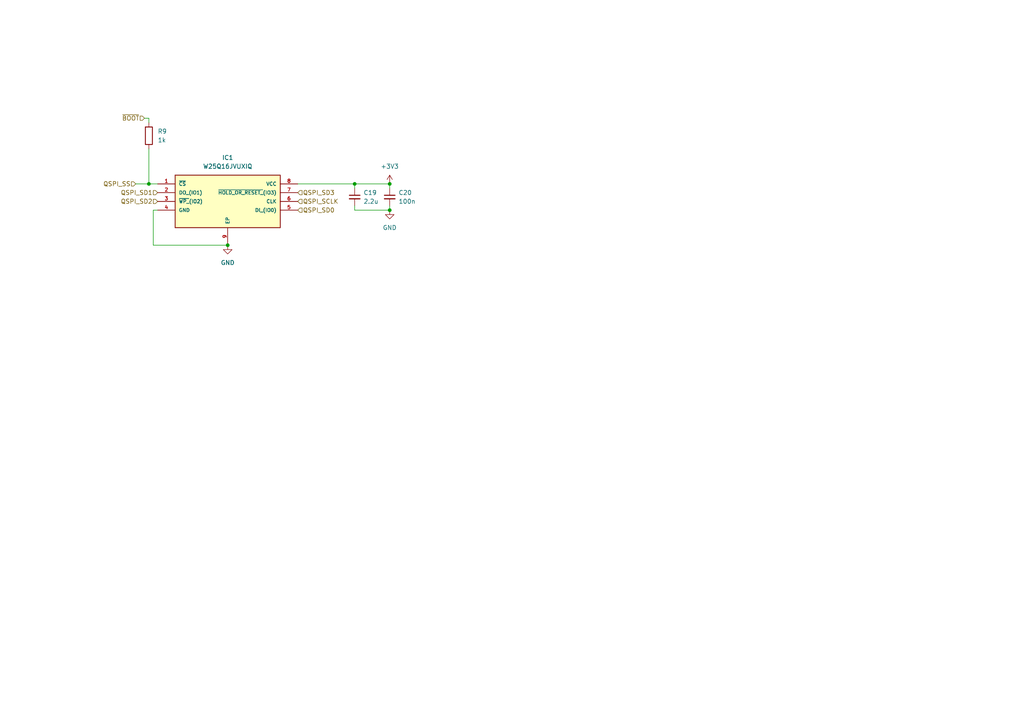
<source format=kicad_sch>
(kicad_sch (version 20231120) (generator "eeschema") (generator_version "8.0")
  (paper "A4")
  (lib_symbols
    (symbol "Device:C_Small" (pin_numbers hide) (pin_names (offset 0.254) hide)
      (property "Reference" "C" (at 0.254 1.778 0))
      (property "Value" "C_Small" (at 0.254 -2.032 0))
      (symbol "C_Small_0_1"
        (polyline (pts (xy -1.524 -0.508) (xy 1.524 -0.508)) (stroke (width 0.3302)))
        (polyline (pts (xy -1.524 0.508) (xy 1.524 0.508)) (stroke (width 0.3048)))
      )
      (symbol "C_Small_1_1"
        (pin passive line (at 0 2.54 270) (length 2.032) (name "~") (number "1"))
        (pin passive line (at 0 -2.54 90) (length 2.032) (name "~") (number "2"))
      )
    )
    (symbol "Device:R" (pin_numbers hide) (pin_names (offset 0))
      (property "Reference" "R" (at 2.032 0 90))
      (property "Value" "R" (at 0 0 90))
      (symbol "R_0_1"
        (rectangle (start -1.016 -2.54) (end 1.016 2.54) (stroke (width 0.254)))
      )
      (symbol "R_1_1"
        (pin passive line (at 0 3.81 270) (length 1.27) (name "~") (number "1"))
        (pin passive line (at 0 -3.81 90) (length 1.27) (name "~") (number "2"))
      )
    )
    (symbol "W25Q16JVUXIQ:W25Q16JVUXIQ" (pin_names (offset 1.016))
      (property "Reference" "IC" (at 16.51 12.446 0))
      (property "Value" "W25Q16JVUXIQ" (at 16.51 10.16 0))
      (symbol "W25Q16JVUXIQ_0_0"
        (rectangle (start -15.24 7.62) (end 15.24 -7.62) (stroke (width 0.254)) (fill (type background)))
        (pin bidirectional line (at -20.32 5.08 0) (length 5.08) (name "~{CS}") (number "1"))
        (pin bidirectional line (at -20.32 2.54 0) (length 5.08) (name "DO_(IO1)") (number "2"))
        (pin bidirectional line (at -20.32 0 0) (length 5.08) (name "~{WP_}(IO2)") (number "3"))
        (pin bidirectional line (at -20.32 -2.54 0) (length 5.08) (name "GND") (number "4"))
        (pin bidirectional line (at 20.32 -2.54 180) (length 5.08) (name "DI_(IO0)") (number "5"))
        (pin bidirectional line (at 20.32 0 180) (length 5.08) (name "CLK") (number "6"))
        (pin bidirectional line (at 20.32 2.54 180) (length 5.08) (name "~{HOLD_OR_RESET_}(IO3)") (number "7"))
        (pin bidirectional line (at 20.32 5.08 180) (length 5.08) (name "VCC") (number "8"))
        (pin bidirectional line (at 0 -12.7 90) (length 5.08) (name "EP") (number "9"))
      )
    )
    (symbol "power:+3V3" (power) (pin_numbers hide) (pin_names (offset 0) hide)
      (property "Value" "+3V3" (at 0 3.556 0))
      (symbol "+3V3_0_1"
        (polyline (pts (xy -0.762 1.27) (xy 0 2.54)))
        (polyline (pts (xy 0 0) (xy 0 2.54)))
        (polyline (pts (xy 0 2.54) (xy 0.762 1.27)))
      )
      (symbol "+3V3_1_1"
        (pin power_in line (at 0 0 90) (length 0) (name "~") (number "1"))
      )
    )
    (symbol "power:GND" (power) (pin_numbers hide) (pin_names (offset 0) hide)
      (property "Value" "GND" (at 0 -3.81 0))
      (symbol "GND_0_1"
        (polyline (pts (xy 0 0) (xy 0 -1.27) (xy 1.27 -1.27) (xy 0 -2.54) (xy -1.27 -1.27) (xy 0 -1.27)))
      )
      (symbol "GND_1_1"
        (pin power_in line (at 0 0 270) (length 0) (name "~") (number "1"))
      )
    )
  )
  (junction (at 113.03 53.34))
  (junction (at 102.87 53.34))
  (junction (at 66.04 71.12))
  (junction (at 43.18 53.34))
  (junction (at 113.03 60.96))
  (wire (pts (xy 39.37 53.34) (xy 43.18 53.34)))
  (wire (pts (xy 102.87 60.96) (xy 113.03 60.96)))
  (wire (pts (xy 44.45 60.96) (xy 45.72 60.96)))
  (wire (pts (xy 44.45 60.96) (xy 44.45 71.12)))
  (wire (pts (xy 113.03 53.34) (xy 113.03 54.61)))
  (wire (pts (xy 102.87 60.96) (xy 102.87 59.69)))
  (wire (pts (xy 113.03 60.96) (xy 113.03 59.69)))
  (wire (pts (xy 43.18 35.56) (xy 43.18 34.29)))
  (wire (pts (xy 43.18 53.34) (xy 45.72 53.34)))
  (wire (pts (xy 43.18 43.18) (xy 43.18 53.34)))
  (wire (pts (xy 43.18 34.29) (xy 41.91 34.29)))
  (wire (pts (xy 86.36 53.34) (xy 102.87 53.34)))
  (wire (pts (xy 102.87 53.34) (xy 102.87 54.61)))
  (wire (pts (xy 102.87 53.34) (xy 113.03 53.34)))
  (wire (pts (xy 44.45 71.12) (xy 66.04 71.12)))
  (hierarchical_label "QSPI_SD1" (shape input) (at 45.72 55.88 180))
  (hierarchical_label "QSPI_SD0" (shape input) (at 86.36 60.96 0))
  (hierarchical_label "QSPI_SD2" (shape input) (at 45.72 58.42 180))
  (hierarchical_label "~{BOOT}" (shape input) (at 41.91 34.29 180))
  (hierarchical_label "QSPI_SS" (shape input) (at 39.37 53.34 180))
  (hierarchical_label "QSPI_SD3" (shape input) (at 86.36 55.88 0))
  (hierarchical_label "QSPI_SCLK" (shape input) (at 86.36 58.42 0))
  (symbol (lib_id "power:GND") (at 113.03 60.96 0) (unit 1)
    (property "Reference" "#PWR027" (effects (hide yes)))
    (property "Value" "GND" (at 113.03 66.04 0))
    (property "Description" "Power symbol creates a global label with name \"GND\" , ground" (effects (hide yes)))
  )
  (symbol (lib_id "power:+3V3") (at 113.03 53.34 0) (unit 1)
    (property "Reference" "#PWR026" (effects (hide yes)))
    (property "Value" "+3V3" (at 113.03 48.26 0))
    (property "Description" "Power symbol creates a global label with name \"+3V3\"" (effects (hide yes)))
  )
  (symbol (lib_id "Device:R") (at 43.18 39.37 0) (unit 1)
    (property "Reference" "R9" (at 45.72 38.0999 0) (effects (justify left)))
    (property "Value" "1k" (at 45.72 40.6399 0) (effects (justify left)))
    (property "Footprint" "Resistor_SMD:R_0402_1005Metric" (effects (hide yes)))
    (property "Description" "Resistor" (effects (hide yes)))
    (property "LCSC" "C11702" (effects (hide yes)))
  )
  (symbol (lib_id "power:GND") (at 66.04 71.12 0) (unit 1)
    (property "Reference" "#PWR025" (effects (hide yes)))
    (property "Value" "GND" (at 66.04 76.2 0))
    (property "Description" "Power symbol creates a global label with name \"GND\" , ground" (effects (hide yes)))
  )
  (symbol (lib_id "Device:C_Small") (at 113.03 57.15 0) (unit 1)
    (property "Reference" "C20" (at 115.57 55.8862 0) (effects (justify left)))
    (property "Value" "100n" (at 115.57 58.4262 0) (effects (justify left)))
    (property "Footprint" "Capacitor_SMD:C_0402_1005Metric" (effects (hide yes)))
    (property "Description" "Unpolarized capacitor, small symbol" (effects (hide yes)))
    (property "LCSC" "C1525" (effects (hide yes)))
  )
  (symbol (lib_id "Device:C_Small") (at 102.87 57.15 0) (unit 1)
    (property "Reference" "C19" (at 105.41 55.8862 0) (effects (justify left)))
    (property "Value" "2.2u" (at 105.41 58.4262 0) (effects (justify left)))
    (property "Footprint" "Capacitor_SMD:C_0603_1608Metric" (effects (hide yes)))
    (property "Description" "Unpolarized capacitor, small symbol" (effects (hide yes)))
    (property "LCSC" "C23630" (effects (hide yes)))
  )
  (symbol (lib_id "W25Q16JVUXIQ:W25Q16JVUXIQ") (at 66.04 58.42 0) (unit 1)
    (property "Reference" "IC1" (at 66.04 45.72 0))
    (property "Value" "W25Q16JVUXIQ" (at 66.04 48.26 0))
    (property "Footprint" "footprints:SON50P300X200X60-9N" (effects (hide yes)))
    (property "Description" "SPIFLASH, 3V, 16M-BIT, 4KB UNIFO" (effects (hide yes)))
    (property "MANUFACTURER_NAME" "Winbond" (effects (hide yes)))
    (property "MF" "Winbond" (effects (hide yes)))
    (property "Price" "None" (effects (hide yes)))
    (property "Package" "UFDFN-8 Winbond" (effects (hide yes)))
    (property "Check_prices" "https://www.snapeda.com/parts/W25Q16JVUXIQ/Winbond/view-part/?ref=eda" (effects (hide yes)))
    (property "HEIGHT" "0.6mm" (effects (hide yes)))
    (property "MP" "W25Q16JVUXIQ" (effects (hide yes)))
    (property "SnapEDA_Link" "https://www.snapeda.com/parts/W25Q16JVUXIQ/Winbond/view-part/?ref=snap" (effects (hide yes)))
    (property "Purchase-URL" "https://www.snapeda.com/api/url_track_click_mouser/?unipart_id=2780688&manufacturer=Winbond&part_name=W25Q16JVUXIQ&search_term=None" (effects (hide yes)))
    (property "Description_1" "\nNOR Flash Serial (SPI, Dual SPI, Quad SPI) 3V/3.3V 16M-bit 2M x 8 6ns 8-Pin USON EP T/R\n" (effects (hide yes)))
    (property "Availability" "Not in stock" (effects (hide yes)))
    (property "MANUFACTURER_PART_NUMBER" "W25Q16JVUXIQ" (effects (hide yes)))
    (property "LCSC" "C2843335" (effects (hide yes)))
  )
)
</source>
